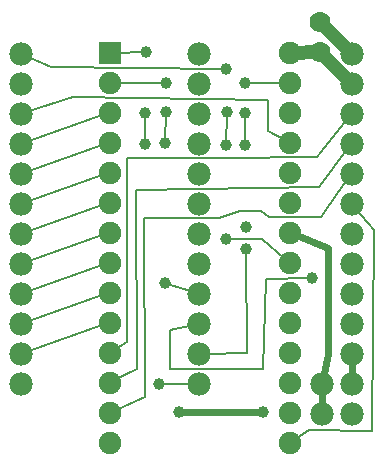
<source format=gtl>
G04 MADE WITH FRITZING*
G04 WWW.FRITZING.ORG*
G04 DOUBLE SIDED*
G04 HOLES PLATED*
G04 CONTOUR ON CENTER OF CONTOUR VECTOR*
%ASAXBY*%
%FSLAX23Y23*%
%MOIN*%
%OFA0B0*%
%SFA1.0B1.0*%
%ADD10C,0.039370*%
%ADD11C,0.078000*%
%ADD12C,0.075000*%
%ADD13C,0.070000*%
%ADD14R,0.075000X0.075000*%
%ADD15C,0.008000*%
%ADD16C,0.048000*%
%ADD17C,0.024000*%
%LNCOPPER1*%
G90*
G70*
G54D10*
X778Y635D03*
X778Y1104D03*
X781Y1206D03*
X781Y1304D03*
G54D11*
X297Y1400D03*
X297Y1300D03*
X297Y1200D03*
X297Y1100D03*
X297Y1000D03*
X297Y900D03*
X297Y800D03*
X297Y700D03*
X297Y600D03*
X297Y500D03*
X297Y400D03*
X297Y300D03*
X892Y1401D03*
X892Y1301D03*
X892Y1201D03*
X892Y1101D03*
X892Y1001D03*
X892Y901D03*
X892Y801D03*
X892Y701D03*
X892Y601D03*
X892Y501D03*
X892Y401D03*
X892Y301D03*
X1400Y1401D03*
X1400Y1301D03*
X1400Y1201D03*
X1400Y1101D03*
X1400Y1001D03*
X1400Y901D03*
X1400Y801D03*
X1400Y701D03*
X1400Y601D03*
X1400Y501D03*
X1400Y401D03*
G54D12*
X593Y1404D03*
X1193Y1404D03*
X593Y1304D03*
X1193Y1304D03*
X593Y1204D03*
X1193Y1204D03*
X593Y1104D03*
X1193Y1104D03*
X593Y1004D03*
X1193Y1004D03*
X593Y904D03*
X1193Y904D03*
X593Y804D03*
X1193Y804D03*
X593Y704D03*
X1193Y704D03*
X593Y604D03*
X1193Y604D03*
X593Y504D03*
X1193Y504D03*
X593Y404D03*
X1193Y404D03*
X593Y304D03*
X1193Y304D03*
X593Y204D03*
X1193Y204D03*
X593Y104D03*
X1193Y104D03*
G54D10*
X715Y1407D03*
X982Y1351D03*
X983Y1205D03*
X1045Y1304D03*
X1045Y1202D03*
X711Y1202D03*
X711Y1100D03*
X1269Y654D03*
X982Y1095D03*
X982Y784D03*
X1049Y749D03*
X1049Y824D03*
X1045Y1095D03*
G54D13*
X1293Y1406D03*
X1293Y1507D03*
G54D11*
X1301Y300D03*
X1301Y200D03*
X1301Y300D03*
X1301Y200D03*
X1401Y200D03*
X1401Y300D03*
G54D10*
X825Y206D03*
X758Y300D03*
X1104Y206D03*
G54D14*
X593Y1404D03*
G54D15*
X1101Y784D02*
X990Y784D01*
D02*
X982Y1103D02*
X983Y1197D01*
D02*
X1120Y1142D02*
X1120Y1246D01*
D02*
X1120Y1246D02*
X470Y1257D01*
D02*
X470Y1257D02*
X315Y1206D01*
D02*
X396Y1355D02*
X315Y1392D01*
D02*
X974Y1351D02*
X396Y1355D01*
D02*
X576Y898D02*
X315Y806D01*
D02*
X576Y998D02*
X315Y906D01*
D02*
X576Y1098D02*
X315Y1006D01*
D02*
X576Y1198D02*
X315Y1106D01*
D02*
X1177Y1112D02*
X1120Y1142D01*
D02*
X1179Y716D02*
X1101Y784D01*
D02*
X576Y498D02*
X315Y406D01*
D02*
X576Y598D02*
X315Y506D01*
D02*
X576Y698D02*
X315Y606D01*
D02*
X576Y798D02*
X315Y706D01*
D02*
X967Y1052D02*
X1285Y1055D01*
D02*
X1475Y813D02*
X1412Y886D01*
D02*
X1467Y142D02*
X1475Y813D01*
D02*
X651Y439D02*
X651Y1052D01*
D02*
X684Y348D02*
X680Y945D01*
D02*
X711Y257D02*
X707Y852D01*
D02*
X1124Y855D02*
X1297Y855D01*
D02*
X1097Y875D02*
X1124Y855D01*
D02*
X1026Y875D02*
X1097Y875D01*
D02*
X959Y852D02*
X1026Y875D01*
D02*
X707Y852D02*
X959Y852D01*
D02*
X1297Y855D02*
X1389Y985D01*
D02*
X1290Y957D02*
X1388Y1086D01*
D02*
X680Y945D02*
X1290Y957D01*
D02*
X1285Y1055D02*
X1388Y1186D01*
D02*
X651Y1052D02*
X967Y1052D01*
D02*
X1258Y146D02*
X1467Y142D01*
D02*
X1207Y114D02*
X1258Y146D01*
D02*
X608Y211D02*
X711Y257D01*
D02*
X608Y312D02*
X684Y348D01*
D02*
X608Y413D02*
X651Y439D01*
D02*
X1049Y741D02*
X1050Y403D01*
D02*
X793Y478D02*
X873Y497D01*
D02*
X793Y351D02*
X793Y478D01*
D02*
X1104Y351D02*
X793Y351D01*
D02*
X1262Y654D02*
X1115Y651D01*
D02*
X1115Y651D02*
X1104Y351D01*
D02*
X711Y1108D02*
X711Y1194D01*
D02*
X1045Y1194D02*
X1045Y1103D01*
D02*
X785Y633D02*
X874Y606D01*
D02*
X781Y1198D02*
X778Y1112D01*
D02*
X610Y1304D02*
X773Y1304D01*
D02*
X1050Y403D02*
X911Y401D01*
D02*
X1175Y1304D02*
X1053Y1304D01*
D02*
X707Y1407D02*
X610Y1404D01*
G54D16*
D02*
X1278Y1406D02*
X1210Y1404D01*
D02*
X1304Y1396D02*
X1386Y1314D01*
D02*
X1304Y1496D02*
X1386Y1414D01*
G54D17*
D02*
X1321Y399D02*
X1321Y753D01*
D02*
X1321Y753D02*
X1209Y798D01*
D02*
X1305Y319D02*
X1321Y399D01*
D02*
X1301Y281D02*
X1301Y219D01*
D02*
X1401Y319D02*
X1400Y382D01*
D02*
X1096Y206D02*
X833Y206D01*
G54D15*
D02*
X873Y301D02*
X766Y300D01*
G04 End of Copper1*
M02*
</source>
